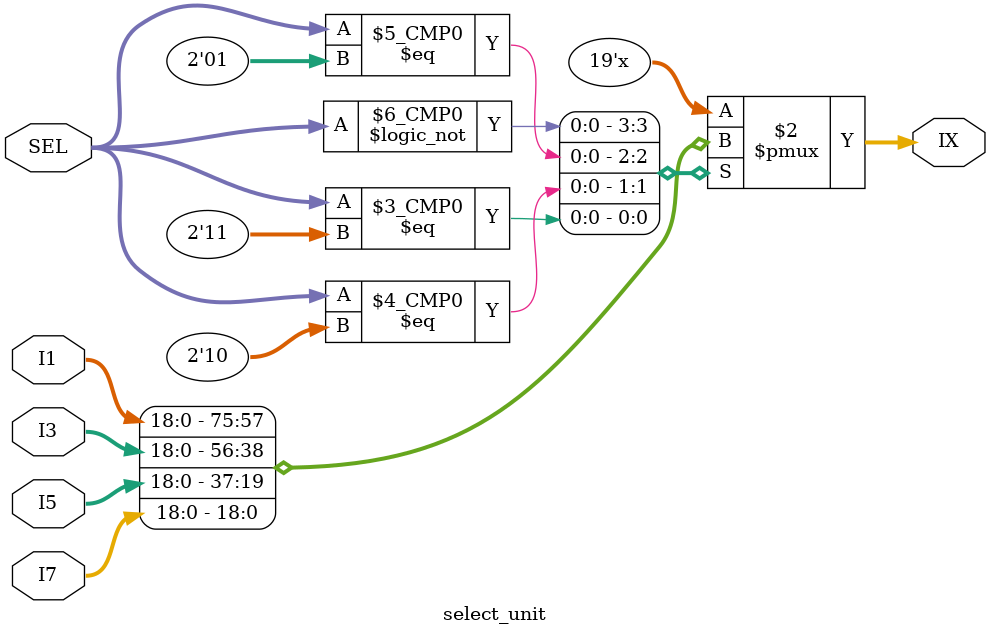
<source format=v>


// Company: iCAS Lab, University of South Carolina
// Engineer: Mohammed E. Elbtity
// Create Date: 06/15/2023 06:01:04 AM
// Design Name: 
// Module Name: select_unit
// Project Name: 
// Target Devices: 
// Tool Versions: 
// Description: 
// 
// Dependencies: 
// 
// Revision:
// Revision 0.01 - File Created
// Additional Comments:
// 
//////////////////////////////////////////////////////////////////////////////////

`timescale 1ns / 1ps

module select_unit #(parameter LOG2_WIDTH = 4, WIDTH = 2**LOG2_WIDTH, 
								 LOG2_NIBBLE_WIDTH = 2, NIBBLE_WIDTH = 2**LOG2_NIBBLE_WIDTH)
(
input	wire	[WIDTH+2:0]					I1,I3,I5,I7, // pre_comp_bank_output
input	wire	[LOG2_NIBBLE_WIDTH-1:0]		SEL, // Alphabet selection,
output	reg		[WIDTH+2:0]					IX	// Selected alphabet
);


always@(*)
begin
IX = 'd0 ;
case(SEL)
	2'b00:	IX = I1 ;
	2'b01:	IX = I3 ;
	2'b10:	IX = I5 ;
	2'b11:	IX = I7 ;
endcase

end

endmodule

</source>
